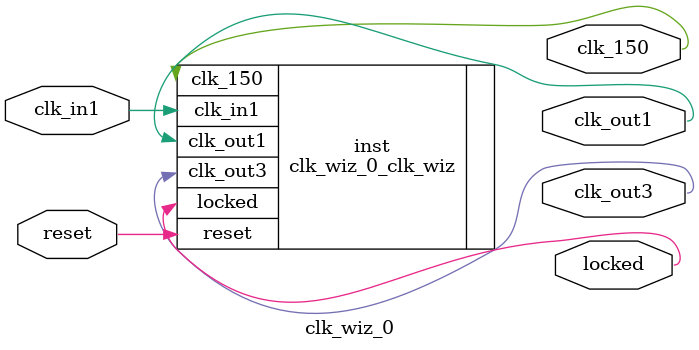
<source format=v>


`timescale 1ps/1ps

(* CORE_GENERATION_INFO = "clk_wiz_0,clk_wiz_v5_4_3_0,{component_name=clk_wiz_0,use_phase_alignment=true,use_min_o_jitter=false,use_max_i_jitter=false,use_dyn_phase_shift=false,use_inclk_switchover=false,use_dyn_reconfig=false,enable_axi=0,feedback_source=FDBK_AUTO,PRIMITIVE=MMCM,num_out_clk=3,clkin1_period=10.000,clkin2_period=10.000,use_power_down=false,use_reset=true,use_locked=true,use_inclk_stopped=false,feedback_type=SINGLE,CLOCK_MGR_TYPE=NA,manual_override=false}" *)

module clk_wiz_0 
 (
  // Clock out ports
  output        clk_out1,
  output        clk_150,
  output        clk_out3,
  // Status and control signals
  input         reset,
  output        locked,
 // Clock in ports
  input         clk_in1
 );

  clk_wiz_0_clk_wiz inst
  (
  // Clock out ports  
  .clk_out1(clk_out1),
  .clk_150(clk_150),
  .clk_out3(clk_out3),
  // Status and control signals               
  .reset(reset), 
  .locked(locked),
 // Clock in ports
  .clk_in1(clk_in1)
  );

endmodule

</source>
